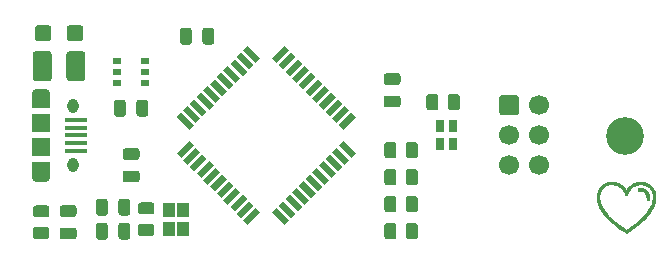
<source format=gts>
%TF.GenerationSoftware,KiCad,Pcbnew,5.1.12-84ad8e8a86~92~ubuntu18.04.1*%
%TF.CreationDate,2023-04-24T19:04:36+02:00*%
%TF.ProjectId,digital-protection-amulet,64696769-7461-46c2-9d70-726f74656374,rev?*%
%TF.SameCoordinates,Original*%
%TF.FileFunction,Soldermask,Top*%
%TF.FilePolarity,Negative*%
%FSLAX46Y46*%
G04 Gerber Fmt 4.6, Leading zero omitted, Abs format (unit mm)*
G04 Created by KiCad (PCBNEW 5.1.12-84ad8e8a86~92~ubuntu18.04.1) date 2023-04-24 19:04:36*
%MOMM*%
%LPD*%
G01*
G04 APERTURE LIST*
%ADD10C,0.010000*%
%ADD11C,1.700000*%
%ADD12R,1.950000X0.400000*%
%ADD13O,0.950000X1.250000*%
%ADD14R,1.550000X1.500000*%
%ADD15R,1.550000X1.200000*%
%ADD16O,1.550000X0.890000*%
%ADD17R,1.000000X1.200000*%
%ADD18C,0.609600*%
%ADD19C,3.200000*%
%ADD20R,0.800000X1.000000*%
%ADD21R,0.700000X0.510000*%
%ADD22C,0.100000*%
G04 APERTURE END LIST*
D10*
%TO.C,G\u002A\u002A\u002A*%
G36*
X49889488Y-13833953D02*
G01*
X49977599Y-13842878D01*
X50065553Y-13858399D01*
X50155328Y-13880892D01*
X50248904Y-13910731D01*
X50281840Y-13922580D01*
X50310784Y-13934105D01*
X50346103Y-13949468D01*
X50385338Y-13967484D01*
X50426031Y-13986969D01*
X50465725Y-14006741D01*
X50501961Y-14025614D01*
X50532282Y-14042405D01*
X50539866Y-14046864D01*
X50615750Y-14094707D01*
X50687739Y-14144861D01*
X50755160Y-14196674D01*
X50817346Y-14249491D01*
X50873625Y-14302661D01*
X50923327Y-14355532D01*
X50965783Y-14407449D01*
X51000323Y-14457761D01*
X51026276Y-14505814D01*
X51036547Y-14530766D01*
X51047376Y-14560673D01*
X51063973Y-14531666D01*
X51093094Y-14484986D01*
X51129064Y-14434283D01*
X51170421Y-14381378D01*
X51215704Y-14328092D01*
X51263449Y-14276246D01*
X51293461Y-14245807D01*
X51383996Y-14163046D01*
X51478198Y-14089729D01*
X51576003Y-14025880D01*
X51677347Y-13971528D01*
X51782167Y-13926699D01*
X51890399Y-13891419D01*
X52001980Y-13865715D01*
X52116846Y-13849613D01*
X52234934Y-13843140D01*
X52255419Y-13843000D01*
X52370890Y-13847655D01*
X52483653Y-13861417D01*
X52593242Y-13883982D01*
X52699195Y-13915045D01*
X52801048Y-13954303D01*
X52898337Y-14001450D01*
X52990598Y-14056182D01*
X53077367Y-14118196D01*
X53158181Y-14187187D01*
X53232574Y-14262849D01*
X53300085Y-14344880D01*
X53360248Y-14432975D01*
X53412601Y-14526828D01*
X53456678Y-14626137D01*
X53459296Y-14632905D01*
X53479844Y-14690323D01*
X53496926Y-14747000D01*
X53511291Y-14805896D01*
X53523690Y-14869974D01*
X53531291Y-14917420D01*
X53535025Y-14950344D01*
X53537800Y-14991222D01*
X53539616Y-15037892D01*
X53540473Y-15088192D01*
X53540370Y-15139962D01*
X53539307Y-15191039D01*
X53537284Y-15239262D01*
X53534301Y-15282470D01*
X53531330Y-15311120D01*
X53509367Y-15450071D01*
X53478544Y-15586483D01*
X53440935Y-15713532D01*
X53389648Y-15852618D01*
X53328299Y-15991689D01*
X53256879Y-16130751D01*
X53175383Y-16269814D01*
X53083804Y-16408884D01*
X52982134Y-16547971D01*
X52870366Y-16687080D01*
X52748494Y-16826222D01*
X52616511Y-16965402D01*
X52474410Y-17104631D01*
X52322184Y-17243914D01*
X52159825Y-17383261D01*
X51987328Y-17522679D01*
X51804684Y-17662176D01*
X51617880Y-17797529D01*
X51581389Y-17823124D01*
X51541336Y-17850870D01*
X51498519Y-17880241D01*
X51453732Y-17910713D01*
X51407773Y-17941758D01*
X51361438Y-17972852D01*
X51315523Y-18003469D01*
X51270825Y-18033083D01*
X51228139Y-18061167D01*
X51188262Y-18087197D01*
X51151991Y-18110646D01*
X51120122Y-18130989D01*
X51093450Y-18147699D01*
X51072773Y-18160252D01*
X51058887Y-18168121D01*
X51052588Y-18170780D01*
X51052582Y-18170780D01*
X51045673Y-18168090D01*
X51032549Y-18161236D01*
X51015582Y-18151484D01*
X51008280Y-18147075D01*
X50852275Y-18048919D01*
X50695929Y-17945378D01*
X50540274Y-17837269D01*
X50386340Y-17725405D01*
X50235159Y-17610602D01*
X50087762Y-17493676D01*
X49945180Y-17375442D01*
X49808445Y-17256716D01*
X49678588Y-17138311D01*
X49556640Y-17021045D01*
X49460645Y-16923574D01*
X49334392Y-16787646D01*
X49218014Y-16653569D01*
X49111426Y-16521202D01*
X49014541Y-16390401D01*
X48927273Y-16261026D01*
X48849534Y-16132934D01*
X48781239Y-16005984D01*
X48722302Y-15880033D01*
X48672634Y-15754941D01*
X48632151Y-15630564D01*
X48603243Y-15517990D01*
X48592184Y-15466000D01*
X48583578Y-15418798D01*
X48577153Y-15373802D01*
X48572642Y-15328430D01*
X48569776Y-15280102D01*
X48568284Y-15226234D01*
X48568028Y-15194513D01*
X48789223Y-15194513D01*
X48789808Y-15239248D01*
X48791494Y-15278208D01*
X48793148Y-15298583D01*
X48807895Y-15405442D01*
X48830360Y-15511565D01*
X48860877Y-15618037D01*
X48899780Y-15725944D01*
X48947402Y-15836372D01*
X48978346Y-15900400D01*
X49001921Y-15946742D01*
X49023833Y-15988122D01*
X49045458Y-16026904D01*
X49068172Y-16065451D01*
X49093354Y-16106129D01*
X49122378Y-16151301D01*
X49141060Y-16179800D01*
X49201714Y-16269021D01*
X49264619Y-16355832D01*
X49330771Y-16441428D01*
X49401166Y-16527005D01*
X49476801Y-16613758D01*
X49558673Y-16702883D01*
X49647778Y-16795575D01*
X49689912Y-16838177D01*
X49802450Y-16948579D01*
X49916115Y-17054991D01*
X50032503Y-17158791D01*
X50153205Y-17261356D01*
X50279818Y-17364063D01*
X50413933Y-17468289D01*
X50457922Y-17501604D01*
X50505379Y-17537038D01*
X50554727Y-17573330D01*
X50605274Y-17610007D01*
X50656325Y-17646599D01*
X50707189Y-17682633D01*
X50757172Y-17717638D01*
X50805582Y-17751143D01*
X50851727Y-17782675D01*
X50894912Y-17811763D01*
X50934446Y-17837937D01*
X50969636Y-17860723D01*
X50999788Y-17879650D01*
X51024211Y-17894247D01*
X51042211Y-17904042D01*
X51053095Y-17908564D01*
X51055815Y-17908622D01*
X51061318Y-17905091D01*
X51074249Y-17896636D01*
X51093565Y-17883943D01*
X51118223Y-17867700D01*
X51147181Y-17848592D01*
X51179396Y-17827306D01*
X51201320Y-17812806D01*
X51364973Y-17702716D01*
X51519596Y-17594920D01*
X51665906Y-17488848D01*
X51804621Y-17383931D01*
X51936459Y-17279597D01*
X52062137Y-17175277D01*
X52182373Y-17070400D01*
X52297885Y-16964396D01*
X52409390Y-16856696D01*
X52428353Y-16837822D01*
X52505348Y-16759666D01*
X52575376Y-16685974D01*
X52639721Y-16615281D01*
X52699670Y-16546123D01*
X52756506Y-16477034D01*
X52811513Y-16406550D01*
X52840638Y-16367760D01*
X52933651Y-16235888D01*
X53016581Y-16104811D01*
X53089465Y-15974440D01*
X53152342Y-15844684D01*
X53205250Y-15715453D01*
X53248225Y-15586656D01*
X53281307Y-15458203D01*
X53304533Y-15330004D01*
X53315098Y-15238676D01*
X53317380Y-15202822D01*
X53318588Y-15161019D01*
X53318782Y-15115611D01*
X53318019Y-15068945D01*
X53316357Y-15023367D01*
X53313856Y-14981221D01*
X53310573Y-14944854D01*
X53307175Y-14920030D01*
X53284901Y-14817606D01*
X53254109Y-14720678D01*
X53214870Y-14629352D01*
X53167254Y-14543730D01*
X53111334Y-14463916D01*
X53047177Y-14390014D01*
X52974857Y-14322127D01*
X52894442Y-14260359D01*
X52829911Y-14218739D01*
X52754045Y-14178231D01*
X52670993Y-14142838D01*
X52582687Y-14113190D01*
X52491060Y-14089918D01*
X52398042Y-14073654D01*
X52378064Y-14071135D01*
X52343748Y-14068388D01*
X52302075Y-14067067D01*
X52255735Y-14067086D01*
X52207418Y-14068359D01*
X52159814Y-14070802D01*
X52115615Y-14074331D01*
X52077509Y-14078858D01*
X52063731Y-14081080D01*
X51958812Y-14104856D01*
X51857733Y-14137981D01*
X51760669Y-14180331D01*
X51667795Y-14231780D01*
X51579285Y-14292201D01*
X51495315Y-14361470D01*
X51416057Y-14439460D01*
X51341689Y-14526047D01*
X51272383Y-14621103D01*
X51237201Y-14675787D01*
X51216456Y-14709750D01*
X51199784Y-14737933D01*
X51185943Y-14762794D01*
X51173692Y-14786788D01*
X51161789Y-14812372D01*
X51148993Y-14842003D01*
X51134061Y-14878137D01*
X51130473Y-14886940D01*
X51095329Y-14973300D01*
X50999603Y-14976190D01*
X50967701Y-14883305D01*
X50951637Y-14837498D01*
X50937205Y-14798971D01*
X50923247Y-14765234D01*
X50908602Y-14733798D01*
X50892111Y-14702174D01*
X50872616Y-14667872D01*
X50849026Y-14628521D01*
X50823905Y-14588032D01*
X50802013Y-14554655D01*
X50781888Y-14526488D01*
X50762066Y-14501631D01*
X50741088Y-14478182D01*
X50717490Y-14454240D01*
X50707797Y-14444870D01*
X50629226Y-14375691D01*
X50543181Y-14310908D01*
X50451356Y-14251478D01*
X50355443Y-14198357D01*
X50257135Y-14152501D01*
X50158126Y-14114866D01*
X50083611Y-14092392D01*
X49984684Y-14070017D01*
X49889516Y-14056768D01*
X49797248Y-14052724D01*
X49707023Y-14057961D01*
X49617980Y-14072557D01*
X49529262Y-14096588D01*
X49440010Y-14130133D01*
X49385220Y-14155161D01*
X49297086Y-14202857D01*
X49215970Y-14257068D01*
X49140245Y-14318970D01*
X49085132Y-14372055D01*
X49020441Y-14445165D01*
X48963962Y-14523058D01*
X48915484Y-14606182D01*
X48874798Y-14694982D01*
X48841694Y-14789904D01*
X48815961Y-14891394D01*
X48800658Y-14976837D01*
X48796662Y-15010750D01*
X48793459Y-15052121D01*
X48791111Y-15098303D01*
X48789678Y-15146649D01*
X48789223Y-15194513D01*
X48568028Y-15194513D01*
X48567902Y-15179040D01*
X48568586Y-15107881D01*
X48571095Y-15044309D01*
X48575700Y-14985870D01*
X48582673Y-14930111D01*
X48592285Y-14874578D01*
X48604807Y-14816817D01*
X48610587Y-14792960D01*
X48643195Y-14682036D01*
X48684495Y-14576206D01*
X48734222Y-14475784D01*
X48792115Y-14381084D01*
X48857907Y-14292420D01*
X48931335Y-14210107D01*
X49012136Y-14134458D01*
X49100045Y-14065787D01*
X49194798Y-14004410D01*
X49296132Y-13950640D01*
X49332004Y-13934162D01*
X49421088Y-13898069D01*
X49507047Y-13870238D01*
X49591964Y-13850212D01*
X49677923Y-13837532D01*
X49767009Y-13831737D01*
X49799240Y-13831251D01*
X49889488Y-13833953D01*
G37*
X49889488Y-13833953D02*
X49977599Y-13842878D01*
X50065553Y-13858399D01*
X50155328Y-13880892D01*
X50248904Y-13910731D01*
X50281840Y-13922580D01*
X50310784Y-13934105D01*
X50346103Y-13949468D01*
X50385338Y-13967484D01*
X50426031Y-13986969D01*
X50465725Y-14006741D01*
X50501961Y-14025614D01*
X50532282Y-14042405D01*
X50539866Y-14046864D01*
X50615750Y-14094707D01*
X50687739Y-14144861D01*
X50755160Y-14196674D01*
X50817346Y-14249491D01*
X50873625Y-14302661D01*
X50923327Y-14355532D01*
X50965783Y-14407449D01*
X51000323Y-14457761D01*
X51026276Y-14505814D01*
X51036547Y-14530766D01*
X51047376Y-14560673D01*
X51063973Y-14531666D01*
X51093094Y-14484986D01*
X51129064Y-14434283D01*
X51170421Y-14381378D01*
X51215704Y-14328092D01*
X51263449Y-14276246D01*
X51293461Y-14245807D01*
X51383996Y-14163046D01*
X51478198Y-14089729D01*
X51576003Y-14025880D01*
X51677347Y-13971528D01*
X51782167Y-13926699D01*
X51890399Y-13891419D01*
X52001980Y-13865715D01*
X52116846Y-13849613D01*
X52234934Y-13843140D01*
X52255419Y-13843000D01*
X52370890Y-13847655D01*
X52483653Y-13861417D01*
X52593242Y-13883982D01*
X52699195Y-13915045D01*
X52801048Y-13954303D01*
X52898337Y-14001450D01*
X52990598Y-14056182D01*
X53077367Y-14118196D01*
X53158181Y-14187187D01*
X53232574Y-14262849D01*
X53300085Y-14344880D01*
X53360248Y-14432975D01*
X53412601Y-14526828D01*
X53456678Y-14626137D01*
X53459296Y-14632905D01*
X53479844Y-14690323D01*
X53496926Y-14747000D01*
X53511291Y-14805896D01*
X53523690Y-14869974D01*
X53531291Y-14917420D01*
X53535025Y-14950344D01*
X53537800Y-14991222D01*
X53539616Y-15037892D01*
X53540473Y-15088192D01*
X53540370Y-15139962D01*
X53539307Y-15191039D01*
X53537284Y-15239262D01*
X53534301Y-15282470D01*
X53531330Y-15311120D01*
X53509367Y-15450071D01*
X53478544Y-15586483D01*
X53440935Y-15713532D01*
X53389648Y-15852618D01*
X53328299Y-15991689D01*
X53256879Y-16130751D01*
X53175383Y-16269814D01*
X53083804Y-16408884D01*
X52982134Y-16547971D01*
X52870366Y-16687080D01*
X52748494Y-16826222D01*
X52616511Y-16965402D01*
X52474410Y-17104631D01*
X52322184Y-17243914D01*
X52159825Y-17383261D01*
X51987328Y-17522679D01*
X51804684Y-17662176D01*
X51617880Y-17797529D01*
X51581389Y-17823124D01*
X51541336Y-17850870D01*
X51498519Y-17880241D01*
X51453732Y-17910713D01*
X51407773Y-17941758D01*
X51361438Y-17972852D01*
X51315523Y-18003469D01*
X51270825Y-18033083D01*
X51228139Y-18061167D01*
X51188262Y-18087197D01*
X51151991Y-18110646D01*
X51120122Y-18130989D01*
X51093450Y-18147699D01*
X51072773Y-18160252D01*
X51058887Y-18168121D01*
X51052588Y-18170780D01*
X51052582Y-18170780D01*
X51045673Y-18168090D01*
X51032549Y-18161236D01*
X51015582Y-18151484D01*
X51008280Y-18147075D01*
X50852275Y-18048919D01*
X50695929Y-17945378D01*
X50540274Y-17837269D01*
X50386340Y-17725405D01*
X50235159Y-17610602D01*
X50087762Y-17493676D01*
X49945180Y-17375442D01*
X49808445Y-17256716D01*
X49678588Y-17138311D01*
X49556640Y-17021045D01*
X49460645Y-16923574D01*
X49334392Y-16787646D01*
X49218014Y-16653569D01*
X49111426Y-16521202D01*
X49014541Y-16390401D01*
X48927273Y-16261026D01*
X48849534Y-16132934D01*
X48781239Y-16005984D01*
X48722302Y-15880033D01*
X48672634Y-15754941D01*
X48632151Y-15630564D01*
X48603243Y-15517990D01*
X48592184Y-15466000D01*
X48583578Y-15418798D01*
X48577153Y-15373802D01*
X48572642Y-15328430D01*
X48569776Y-15280102D01*
X48568284Y-15226234D01*
X48568028Y-15194513D01*
X48789223Y-15194513D01*
X48789808Y-15239248D01*
X48791494Y-15278208D01*
X48793148Y-15298583D01*
X48807895Y-15405442D01*
X48830360Y-15511565D01*
X48860877Y-15618037D01*
X48899780Y-15725944D01*
X48947402Y-15836372D01*
X48978346Y-15900400D01*
X49001921Y-15946742D01*
X49023833Y-15988122D01*
X49045458Y-16026904D01*
X49068172Y-16065451D01*
X49093354Y-16106129D01*
X49122378Y-16151301D01*
X49141060Y-16179800D01*
X49201714Y-16269021D01*
X49264619Y-16355832D01*
X49330771Y-16441428D01*
X49401166Y-16527005D01*
X49476801Y-16613758D01*
X49558673Y-16702883D01*
X49647778Y-16795575D01*
X49689912Y-16838177D01*
X49802450Y-16948579D01*
X49916115Y-17054991D01*
X50032503Y-17158791D01*
X50153205Y-17261356D01*
X50279818Y-17364063D01*
X50413933Y-17468289D01*
X50457922Y-17501604D01*
X50505379Y-17537038D01*
X50554727Y-17573330D01*
X50605274Y-17610007D01*
X50656325Y-17646599D01*
X50707189Y-17682633D01*
X50757172Y-17717638D01*
X50805582Y-17751143D01*
X50851727Y-17782675D01*
X50894912Y-17811763D01*
X50934446Y-17837937D01*
X50969636Y-17860723D01*
X50999788Y-17879650D01*
X51024211Y-17894247D01*
X51042211Y-17904042D01*
X51053095Y-17908564D01*
X51055815Y-17908622D01*
X51061318Y-17905091D01*
X51074249Y-17896636D01*
X51093565Y-17883943D01*
X51118223Y-17867700D01*
X51147181Y-17848592D01*
X51179396Y-17827306D01*
X51201320Y-17812806D01*
X51364973Y-17702716D01*
X51519596Y-17594920D01*
X51665906Y-17488848D01*
X51804621Y-17383931D01*
X51936459Y-17279597D01*
X52062137Y-17175277D01*
X52182373Y-17070400D01*
X52297885Y-16964396D01*
X52409390Y-16856696D01*
X52428353Y-16837822D01*
X52505348Y-16759666D01*
X52575376Y-16685974D01*
X52639721Y-16615281D01*
X52699670Y-16546123D01*
X52756506Y-16477034D01*
X52811513Y-16406550D01*
X52840638Y-16367760D01*
X52933651Y-16235888D01*
X53016581Y-16104811D01*
X53089465Y-15974440D01*
X53152342Y-15844684D01*
X53205250Y-15715453D01*
X53248225Y-15586656D01*
X53281307Y-15458203D01*
X53304533Y-15330004D01*
X53315098Y-15238676D01*
X53317380Y-15202822D01*
X53318588Y-15161019D01*
X53318782Y-15115611D01*
X53318019Y-15068945D01*
X53316357Y-15023367D01*
X53313856Y-14981221D01*
X53310573Y-14944854D01*
X53307175Y-14920030D01*
X53284901Y-14817606D01*
X53254109Y-14720678D01*
X53214870Y-14629352D01*
X53167254Y-14543730D01*
X53111334Y-14463916D01*
X53047177Y-14390014D01*
X52974857Y-14322127D01*
X52894442Y-14260359D01*
X52829911Y-14218739D01*
X52754045Y-14178231D01*
X52670993Y-14142838D01*
X52582687Y-14113190D01*
X52491060Y-14089918D01*
X52398042Y-14073654D01*
X52378064Y-14071135D01*
X52343748Y-14068388D01*
X52302075Y-14067067D01*
X52255735Y-14067086D01*
X52207418Y-14068359D01*
X52159814Y-14070802D01*
X52115615Y-14074331D01*
X52077509Y-14078858D01*
X52063731Y-14081080D01*
X51958812Y-14104856D01*
X51857733Y-14137981D01*
X51760669Y-14180331D01*
X51667795Y-14231780D01*
X51579285Y-14292201D01*
X51495315Y-14361470D01*
X51416057Y-14439460D01*
X51341689Y-14526047D01*
X51272383Y-14621103D01*
X51237201Y-14675787D01*
X51216456Y-14709750D01*
X51199784Y-14737933D01*
X51185943Y-14762794D01*
X51173692Y-14786788D01*
X51161789Y-14812372D01*
X51148993Y-14842003D01*
X51134061Y-14878137D01*
X51130473Y-14886940D01*
X51095329Y-14973300D01*
X50999603Y-14976190D01*
X50967701Y-14883305D01*
X50951637Y-14837498D01*
X50937205Y-14798971D01*
X50923247Y-14765234D01*
X50908602Y-14733798D01*
X50892111Y-14702174D01*
X50872616Y-14667872D01*
X50849026Y-14628521D01*
X50823905Y-14588032D01*
X50802013Y-14554655D01*
X50781888Y-14526488D01*
X50762066Y-14501631D01*
X50741088Y-14478182D01*
X50717490Y-14454240D01*
X50707797Y-14444870D01*
X50629226Y-14375691D01*
X50543181Y-14310908D01*
X50451356Y-14251478D01*
X50355443Y-14198357D01*
X50257135Y-14152501D01*
X50158126Y-14114866D01*
X50083611Y-14092392D01*
X49984684Y-14070017D01*
X49889516Y-14056768D01*
X49797248Y-14052724D01*
X49707023Y-14057961D01*
X49617980Y-14072557D01*
X49529262Y-14096588D01*
X49440010Y-14130133D01*
X49385220Y-14155161D01*
X49297086Y-14202857D01*
X49215970Y-14257068D01*
X49140245Y-14318970D01*
X49085132Y-14372055D01*
X49020441Y-14445165D01*
X48963962Y-14523058D01*
X48915484Y-14606182D01*
X48874798Y-14694982D01*
X48841694Y-14789904D01*
X48815961Y-14891394D01*
X48800658Y-14976837D01*
X48796662Y-15010750D01*
X48793459Y-15052121D01*
X48791111Y-15098303D01*
X48789678Y-15146649D01*
X48789223Y-15194513D01*
X48568028Y-15194513D01*
X48567902Y-15179040D01*
X48568586Y-15107881D01*
X48571095Y-15044309D01*
X48575700Y-14985870D01*
X48582673Y-14930111D01*
X48592285Y-14874578D01*
X48604807Y-14816817D01*
X48610587Y-14792960D01*
X48643195Y-14682036D01*
X48684495Y-14576206D01*
X48734222Y-14475784D01*
X48792115Y-14381084D01*
X48857907Y-14292420D01*
X48931335Y-14210107D01*
X49012136Y-14134458D01*
X49100045Y-14065787D01*
X49194798Y-14004410D01*
X49296132Y-13950640D01*
X49332004Y-13934162D01*
X49421088Y-13898069D01*
X49507047Y-13870238D01*
X49591964Y-13850212D01*
X49677923Y-13837532D01*
X49767009Y-13831737D01*
X49799240Y-13831251D01*
X49889488Y-13833953D01*
G36*
X52384220Y-14378665D02*
G01*
X52459636Y-14397084D01*
X52533737Y-14425313D01*
X52606093Y-14463234D01*
X52636420Y-14482395D01*
X52706985Y-14535353D01*
X52771240Y-14595803D01*
X52828809Y-14662991D01*
X52879316Y-14736163D01*
X52922386Y-14814565D01*
X52957643Y-14897444D01*
X52984712Y-14984044D01*
X53003217Y-15073613D01*
X53012782Y-15165395D01*
X53013743Y-15240000D01*
X53012319Y-15277533D01*
X53010130Y-15306637D01*
X53006763Y-15329036D01*
X53001802Y-15346457D01*
X52994832Y-15360623D01*
X52985438Y-15373259D01*
X52980320Y-15378895D01*
X52955084Y-15398473D01*
X52925538Y-15409891D01*
X52893983Y-15412700D01*
X52862721Y-15406456D01*
X52854816Y-15403245D01*
X52833261Y-15389480D01*
X52814110Y-15370182D01*
X52800487Y-15348749D01*
X52797413Y-15340765D01*
X52795456Y-15329985D01*
X52793414Y-15311204D01*
X52791468Y-15286577D01*
X52789796Y-15258260D01*
X52788985Y-15240000D01*
X52785612Y-15175730D01*
X52780602Y-15119833D01*
X52773596Y-15070603D01*
X52764239Y-15026335D01*
X52752174Y-14985323D01*
X52737046Y-14945861D01*
X52719769Y-14908769D01*
X52683135Y-14844395D01*
X52641205Y-14786135D01*
X52594708Y-14734486D01*
X52544373Y-14689944D01*
X52490930Y-14653007D01*
X52435108Y-14624170D01*
X52377635Y-14603931D01*
X52319240Y-14592787D01*
X52260653Y-14591235D01*
X52254427Y-14591656D01*
X52229470Y-14594667D01*
X52203659Y-14599525D01*
X52182312Y-14605219D01*
X52181108Y-14605627D01*
X52146684Y-14613110D01*
X52114913Y-14611576D01*
X52086909Y-14601783D01*
X52063785Y-14584486D01*
X52046654Y-14560443D01*
X52036631Y-14530411D01*
X52034440Y-14505945D01*
X52037803Y-14473650D01*
X52048179Y-14446265D01*
X52066000Y-14423498D01*
X52091696Y-14405053D01*
X52125696Y-14390639D01*
X52168433Y-14379960D01*
X52220335Y-14372724D01*
X52231147Y-14371724D01*
X52307914Y-14370173D01*
X52384220Y-14378665D01*
G37*
X52384220Y-14378665D02*
X52459636Y-14397084D01*
X52533737Y-14425313D01*
X52606093Y-14463234D01*
X52636420Y-14482395D01*
X52706985Y-14535353D01*
X52771240Y-14595803D01*
X52828809Y-14662991D01*
X52879316Y-14736163D01*
X52922386Y-14814565D01*
X52957643Y-14897444D01*
X52984712Y-14984044D01*
X53003217Y-15073613D01*
X53012782Y-15165395D01*
X53013743Y-15240000D01*
X53012319Y-15277533D01*
X53010130Y-15306637D01*
X53006763Y-15329036D01*
X53001802Y-15346457D01*
X52994832Y-15360623D01*
X52985438Y-15373259D01*
X52980320Y-15378895D01*
X52955084Y-15398473D01*
X52925538Y-15409891D01*
X52893983Y-15412700D01*
X52862721Y-15406456D01*
X52854816Y-15403245D01*
X52833261Y-15389480D01*
X52814110Y-15370182D01*
X52800487Y-15348749D01*
X52797413Y-15340765D01*
X52795456Y-15329985D01*
X52793414Y-15311204D01*
X52791468Y-15286577D01*
X52789796Y-15258260D01*
X52788985Y-15240000D01*
X52785612Y-15175730D01*
X52780602Y-15119833D01*
X52773596Y-15070603D01*
X52764239Y-15026335D01*
X52752174Y-14985323D01*
X52737046Y-14945861D01*
X52719769Y-14908769D01*
X52683135Y-14844395D01*
X52641205Y-14786135D01*
X52594708Y-14734486D01*
X52544373Y-14689944D01*
X52490930Y-14653007D01*
X52435108Y-14624170D01*
X52377635Y-14603931D01*
X52319240Y-14592787D01*
X52260653Y-14591235D01*
X52254427Y-14591656D01*
X52229470Y-14594667D01*
X52203659Y-14599525D01*
X52182312Y-14605219D01*
X52181108Y-14605627D01*
X52146684Y-14613110D01*
X52114913Y-14611576D01*
X52086909Y-14601783D01*
X52063785Y-14584486D01*
X52046654Y-14560443D01*
X52036631Y-14530411D01*
X52034440Y-14505945D01*
X52037803Y-14473650D01*
X52048179Y-14446265D01*
X52066000Y-14423498D01*
X52091696Y-14405053D01*
X52125696Y-14390639D01*
X52168433Y-14379960D01*
X52220335Y-14372724D01*
X52231147Y-14371724D01*
X52307914Y-14370173D01*
X52384220Y-14378665D01*
%TD*%
%TO.C,J1*%
G36*
G01*
X40298000Y-7966000D02*
X40298000Y-6766000D01*
G75*
G02*
X40548000Y-6516000I250000J0D01*
G01*
X41748000Y-6516000D01*
G75*
G02*
X41998000Y-6766000I0J-250000D01*
G01*
X41998000Y-7966000D01*
G75*
G02*
X41748000Y-8216000I-250000J0D01*
G01*
X40548000Y-8216000D01*
G75*
G02*
X40298000Y-7966000I0J250000D01*
G01*
G37*
D11*
X41148000Y-9906000D03*
X41148000Y-12446000D03*
X43688000Y-7366000D03*
X43688000Y-9906000D03*
X43688000Y-12446000D03*
%TD*%
D12*
%TO.C,J2*%
X4494000Y-8606000D03*
X4494000Y-9256000D03*
X4494000Y-9906000D03*
X4494000Y-10556000D03*
X4494000Y-11206000D03*
D13*
X4194000Y-7406000D03*
X4194000Y-12406000D03*
D14*
X1494000Y-8906000D03*
X1494000Y-10906000D03*
D15*
X1494000Y-7006000D03*
X1494000Y-12806000D03*
D16*
X1494000Y-6406000D03*
X1494000Y-13406000D03*
%TD*%
D17*
%TO.C,Y1*%
X13554000Y-17818000D03*
X13554000Y-16218000D03*
X12354000Y-16218000D03*
X12354000Y-17818000D03*
D18*
X13554000Y-16218000D03*
X12354000Y-17818000D03*
%TD*%
D19*
%TO.C,REF\u002A\u002A*%
X51000000Y-10000000D03*
%TD*%
%TO.C,C1*%
G36*
G01*
X14282000Y-1049000D02*
X14282000Y-1999000D01*
G75*
G02*
X14032000Y-2249000I-250000J0D01*
G01*
X13532000Y-2249000D01*
G75*
G02*
X13282000Y-1999000I0J250000D01*
G01*
X13282000Y-1049000D01*
G75*
G02*
X13532000Y-799000I250000J0D01*
G01*
X14032000Y-799000D01*
G75*
G02*
X14282000Y-1049000I0J-250000D01*
G01*
G37*
G36*
G01*
X16182000Y-1049000D02*
X16182000Y-1999000D01*
G75*
G02*
X15932000Y-2249000I-250000J0D01*
G01*
X15432000Y-2249000D01*
G75*
G02*
X15182000Y-1999000I0J250000D01*
G01*
X15182000Y-1049000D01*
G75*
G02*
X15432000Y-799000I250000J0D01*
G01*
X15932000Y-799000D01*
G75*
G02*
X16182000Y-1049000I0J-250000D01*
G01*
G37*
%TD*%
%TO.C,C2*%
G36*
G01*
X9619000Y-13896000D02*
X8669000Y-13896000D01*
G75*
G02*
X8419000Y-13646000I0J250000D01*
G01*
X8419000Y-13146000D01*
G75*
G02*
X8669000Y-12896000I250000J0D01*
G01*
X9619000Y-12896000D01*
G75*
G02*
X9869000Y-13146000I0J-250000D01*
G01*
X9869000Y-13646000D01*
G75*
G02*
X9619000Y-13896000I-250000J0D01*
G01*
G37*
G36*
G01*
X9619000Y-11996000D02*
X8669000Y-11996000D01*
G75*
G02*
X8419000Y-11746000I0J250000D01*
G01*
X8419000Y-11246000D01*
G75*
G02*
X8669000Y-10996000I250000J0D01*
G01*
X9619000Y-10996000D01*
G75*
G02*
X9869000Y-11246000I0J-250000D01*
G01*
X9869000Y-11746000D01*
G75*
G02*
X9619000Y-11996000I-250000J0D01*
G01*
G37*
%TD*%
%TO.C,C3*%
G36*
G01*
X31717000Y-5646000D02*
X30767000Y-5646000D01*
G75*
G02*
X30517000Y-5396000I0J250000D01*
G01*
X30517000Y-4896000D01*
G75*
G02*
X30767000Y-4646000I250000J0D01*
G01*
X31717000Y-4646000D01*
G75*
G02*
X31967000Y-4896000I0J-250000D01*
G01*
X31967000Y-5396000D01*
G75*
G02*
X31717000Y-5646000I-250000J0D01*
G01*
G37*
G36*
G01*
X31717000Y-7546000D02*
X30767000Y-7546000D01*
G75*
G02*
X30517000Y-7296000I0J250000D01*
G01*
X30517000Y-6796000D01*
G75*
G02*
X30767000Y-6546000I250000J0D01*
G01*
X31717000Y-6546000D01*
G75*
G02*
X31967000Y-6796000I0J-250000D01*
G01*
X31967000Y-7296000D01*
G75*
G02*
X31717000Y-7546000I-250000J0D01*
G01*
G37*
%TD*%
%TO.C,C4*%
G36*
G01*
X9070000Y-17559000D02*
X9070000Y-18509000D01*
G75*
G02*
X8820000Y-18759000I-250000J0D01*
G01*
X8320000Y-18759000D01*
G75*
G02*
X8070000Y-18509000I0J250000D01*
G01*
X8070000Y-17559000D01*
G75*
G02*
X8320000Y-17309000I250000J0D01*
G01*
X8820000Y-17309000D01*
G75*
G02*
X9070000Y-17559000I0J-250000D01*
G01*
G37*
G36*
G01*
X7170000Y-17559000D02*
X7170000Y-18509000D01*
G75*
G02*
X6920000Y-18759000I-250000J0D01*
G01*
X6420000Y-18759000D01*
G75*
G02*
X6170000Y-18509000I0J250000D01*
G01*
X6170000Y-17559000D01*
G75*
G02*
X6420000Y-17309000I250000J0D01*
G01*
X6920000Y-17309000D01*
G75*
G02*
X7170000Y-17559000I0J-250000D01*
G01*
G37*
%TD*%
%TO.C,C5*%
G36*
G01*
X9070000Y-15527000D02*
X9070000Y-16477000D01*
G75*
G02*
X8820000Y-16727000I-250000J0D01*
G01*
X8320000Y-16727000D01*
G75*
G02*
X8070000Y-16477000I0J250000D01*
G01*
X8070000Y-15527000D01*
G75*
G02*
X8320000Y-15277000I250000J0D01*
G01*
X8820000Y-15277000D01*
G75*
G02*
X9070000Y-15527000I0J-250000D01*
G01*
G37*
G36*
G01*
X7170000Y-15527000D02*
X7170000Y-16477000D01*
G75*
G02*
X6920000Y-16727000I-250000J0D01*
G01*
X6420000Y-16727000D01*
G75*
G02*
X6170000Y-16477000I0J250000D01*
G01*
X6170000Y-15527000D01*
G75*
G02*
X6420000Y-15277000I250000J0D01*
G01*
X6920000Y-15277000D01*
G75*
G02*
X7170000Y-15527000I0J-250000D01*
G01*
G37*
%TD*%
%TO.C,C6*%
G36*
G01*
X3335000Y-17722000D02*
X4285000Y-17722000D01*
G75*
G02*
X4535000Y-17972000I0J-250000D01*
G01*
X4535000Y-18472000D01*
G75*
G02*
X4285000Y-18722000I-250000J0D01*
G01*
X3335000Y-18722000D01*
G75*
G02*
X3085000Y-18472000I0J250000D01*
G01*
X3085000Y-17972000D01*
G75*
G02*
X3335000Y-17722000I250000J0D01*
G01*
G37*
G36*
G01*
X3335000Y-15822000D02*
X4285000Y-15822000D01*
G75*
G02*
X4535000Y-16072000I0J-250000D01*
G01*
X4535000Y-16572000D01*
G75*
G02*
X4285000Y-16822000I-250000J0D01*
G01*
X3335000Y-16822000D01*
G75*
G02*
X3085000Y-16572000I0J250000D01*
G01*
X3085000Y-16072000D01*
G75*
G02*
X3335000Y-15822000I250000J0D01*
G01*
G37*
%TD*%
%TO.C,C7*%
G36*
G01*
X5098000Y-844999D02*
X5098000Y-1695001D01*
G75*
G02*
X4848001Y-1945000I-249999J0D01*
G01*
X3947999Y-1945000D01*
G75*
G02*
X3698000Y-1695001I0J249999D01*
G01*
X3698000Y-844999D01*
G75*
G02*
X3947999Y-595000I249999J0D01*
G01*
X4848001Y-595000D01*
G75*
G02*
X5098000Y-844999I0J-249999D01*
G01*
G37*
G36*
G01*
X2398000Y-844999D02*
X2398000Y-1695001D01*
G75*
G02*
X2148001Y-1945000I-249999J0D01*
G01*
X1247999Y-1945000D01*
G75*
G02*
X998000Y-1695001I0J249999D01*
G01*
X998000Y-844999D01*
G75*
G02*
X1247999Y-595000I249999J0D01*
G01*
X2148001Y-595000D01*
G75*
G02*
X2398000Y-844999I0J-249999D01*
G01*
G37*
%TD*%
%TO.C,C8*%
G36*
G01*
X10594000Y-7145000D02*
X10594000Y-8095000D01*
G75*
G02*
X10344000Y-8345000I-250000J0D01*
G01*
X9844000Y-8345000D01*
G75*
G02*
X9594000Y-8095000I0J250000D01*
G01*
X9594000Y-7145000D01*
G75*
G02*
X9844000Y-6895000I250000J0D01*
G01*
X10344000Y-6895000D01*
G75*
G02*
X10594000Y-7145000I0J-250000D01*
G01*
G37*
G36*
G01*
X8694000Y-7145000D02*
X8694000Y-8095000D01*
G75*
G02*
X8444000Y-8345000I-250000J0D01*
G01*
X7944000Y-8345000D01*
G75*
G02*
X7694000Y-8095000I0J250000D01*
G01*
X7694000Y-7145000D01*
G75*
G02*
X7944000Y-6895000I250000J0D01*
G01*
X8444000Y-6895000D01*
G75*
G02*
X8694000Y-7145000I0J-250000D01*
G01*
G37*
%TD*%
D20*
%TO.C,D1*%
X36364000Y-9156000D03*
X36364000Y-10656000D03*
X35264000Y-10656000D03*
X35264000Y-9156000D03*
%TD*%
D21*
%TO.C,D2*%
X10304000Y-5522000D03*
X10304000Y-4572000D03*
X10304000Y-3622000D03*
X7984000Y-3622000D03*
X7984000Y-4572000D03*
X7984000Y-5522000D03*
%TD*%
%TO.C,F1*%
G36*
G01*
X823000Y-5089000D02*
X823000Y-3039000D01*
G75*
G02*
X1073000Y-2789000I250000J0D01*
G01*
X2173000Y-2789000D01*
G75*
G02*
X2423000Y-3039000I0J-250000D01*
G01*
X2423000Y-5089000D01*
G75*
G02*
X2173000Y-5339000I-250000J0D01*
G01*
X1073000Y-5339000D01*
G75*
G02*
X823000Y-5089000I0J250000D01*
G01*
G37*
G36*
G01*
X3673000Y-5089000D02*
X3673000Y-3039000D01*
G75*
G02*
X3923000Y-2789000I250000J0D01*
G01*
X5023000Y-2789000D01*
G75*
G02*
X5273000Y-3039000I0J-250000D01*
G01*
X5273000Y-5089000D01*
G75*
G02*
X5023000Y-5339000I-250000J0D01*
G01*
X3923000Y-5339000D01*
G75*
G02*
X3673000Y-5089000I0J250000D01*
G01*
G37*
%TD*%
%TO.C,R1*%
G36*
G01*
X34135000Y-7562001D02*
X34135000Y-6661999D01*
G75*
G02*
X34384999Y-6412000I249999J0D01*
G01*
X34910001Y-6412000D01*
G75*
G02*
X35160000Y-6661999I0J-249999D01*
G01*
X35160000Y-7562001D01*
G75*
G02*
X34910001Y-7812000I-249999J0D01*
G01*
X34384999Y-7812000D01*
G75*
G02*
X34135000Y-7562001I0J249999D01*
G01*
G37*
G36*
G01*
X35960000Y-7562001D02*
X35960000Y-6661999D01*
G75*
G02*
X36209999Y-6412000I249999J0D01*
G01*
X36735001Y-6412000D01*
G75*
G02*
X36985000Y-6661999I0J-249999D01*
G01*
X36985000Y-7562001D01*
G75*
G02*
X36735001Y-7812000I-249999J0D01*
G01*
X36209999Y-7812000D01*
G75*
G02*
X35960000Y-7562001I0J249999D01*
G01*
G37*
%TD*%
%TO.C,R2*%
G36*
G01*
X10864001Y-16618000D02*
X9963999Y-16618000D01*
G75*
G02*
X9714000Y-16368001I0J249999D01*
G01*
X9714000Y-15842999D01*
G75*
G02*
X9963999Y-15593000I249999J0D01*
G01*
X10864001Y-15593000D01*
G75*
G02*
X11114000Y-15842999I0J-249999D01*
G01*
X11114000Y-16368001D01*
G75*
G02*
X10864001Y-16618000I-249999J0D01*
G01*
G37*
G36*
G01*
X10864001Y-18443000D02*
X9963999Y-18443000D01*
G75*
G02*
X9714000Y-18193001I0J249999D01*
G01*
X9714000Y-17667999D01*
G75*
G02*
X9963999Y-17418000I249999J0D01*
G01*
X10864001Y-17418000D01*
G75*
G02*
X11114000Y-17667999I0J-249999D01*
G01*
X11114000Y-18193001D01*
G75*
G02*
X10864001Y-18443000I-249999J0D01*
G01*
G37*
%TD*%
%TO.C,R3*%
G36*
G01*
X30579000Y-18484001D02*
X30579000Y-17583999D01*
G75*
G02*
X30828999Y-17334000I249999J0D01*
G01*
X31354001Y-17334000D01*
G75*
G02*
X31604000Y-17583999I0J-249999D01*
G01*
X31604000Y-18484001D01*
G75*
G02*
X31354001Y-18734000I-249999J0D01*
G01*
X30828999Y-18734000D01*
G75*
G02*
X30579000Y-18484001I0J249999D01*
G01*
G37*
G36*
G01*
X32404000Y-18484001D02*
X32404000Y-17583999D01*
G75*
G02*
X32653999Y-17334000I249999J0D01*
G01*
X33179001Y-17334000D01*
G75*
G02*
X33429000Y-17583999I0J-249999D01*
G01*
X33429000Y-18484001D01*
G75*
G02*
X33179001Y-18734000I-249999J0D01*
G01*
X32653999Y-18734000D01*
G75*
G02*
X32404000Y-18484001I0J249999D01*
G01*
G37*
%TD*%
%TO.C,R4*%
G36*
G01*
X32404000Y-16198001D02*
X32404000Y-15297999D01*
G75*
G02*
X32653999Y-15048000I249999J0D01*
G01*
X33179001Y-15048000D01*
G75*
G02*
X33429000Y-15297999I0J-249999D01*
G01*
X33429000Y-16198001D01*
G75*
G02*
X33179001Y-16448000I-249999J0D01*
G01*
X32653999Y-16448000D01*
G75*
G02*
X32404000Y-16198001I0J249999D01*
G01*
G37*
G36*
G01*
X30579000Y-16198001D02*
X30579000Y-15297999D01*
G75*
G02*
X30828999Y-15048000I249999J0D01*
G01*
X31354001Y-15048000D01*
G75*
G02*
X31604000Y-15297999I0J-249999D01*
G01*
X31604000Y-16198001D01*
G75*
G02*
X31354001Y-16448000I-249999J0D01*
G01*
X30828999Y-16448000D01*
G75*
G02*
X30579000Y-16198001I0J249999D01*
G01*
G37*
%TD*%
%TO.C,R5*%
G36*
G01*
X30579000Y-13912001D02*
X30579000Y-13011999D01*
G75*
G02*
X30828999Y-12762000I249999J0D01*
G01*
X31354001Y-12762000D01*
G75*
G02*
X31604000Y-13011999I0J-249999D01*
G01*
X31604000Y-13912001D01*
G75*
G02*
X31354001Y-14162000I-249999J0D01*
G01*
X30828999Y-14162000D01*
G75*
G02*
X30579000Y-13912001I0J249999D01*
G01*
G37*
G36*
G01*
X32404000Y-13912001D02*
X32404000Y-13011999D01*
G75*
G02*
X32653999Y-12762000I249999J0D01*
G01*
X33179001Y-12762000D01*
G75*
G02*
X33429000Y-13011999I0J-249999D01*
G01*
X33429000Y-13912001D01*
G75*
G02*
X33179001Y-14162000I-249999J0D01*
G01*
X32653999Y-14162000D01*
G75*
G02*
X32404000Y-13912001I0J249999D01*
G01*
G37*
%TD*%
%TO.C,R6*%
G36*
G01*
X1073999Y-17672000D02*
X1974001Y-17672000D01*
G75*
G02*
X2224000Y-17921999I0J-249999D01*
G01*
X2224000Y-18447001D01*
G75*
G02*
X1974001Y-18697000I-249999J0D01*
G01*
X1073999Y-18697000D01*
G75*
G02*
X824000Y-18447001I0J249999D01*
G01*
X824000Y-17921999D01*
G75*
G02*
X1073999Y-17672000I249999J0D01*
G01*
G37*
G36*
G01*
X1073999Y-15847000D02*
X1974001Y-15847000D01*
G75*
G02*
X2224000Y-16096999I0J-249999D01*
G01*
X2224000Y-16622001D01*
G75*
G02*
X1974001Y-16872000I-249999J0D01*
G01*
X1073999Y-16872000D01*
G75*
G02*
X824000Y-16622001I0J249999D01*
G01*
X824000Y-16096999D01*
G75*
G02*
X1073999Y-15847000I249999J0D01*
G01*
G37*
%TD*%
%TO.C,R7*%
G36*
G01*
X30579000Y-11626001D02*
X30579000Y-10725999D01*
G75*
G02*
X30828999Y-10476000I249999J0D01*
G01*
X31354001Y-10476000D01*
G75*
G02*
X31604000Y-10725999I0J-249999D01*
G01*
X31604000Y-11626001D01*
G75*
G02*
X31354001Y-11876000I-249999J0D01*
G01*
X30828999Y-11876000D01*
G75*
G02*
X30579000Y-11626001I0J249999D01*
G01*
G37*
G36*
G01*
X32404000Y-11626001D02*
X32404000Y-10725999D01*
G75*
G02*
X32653999Y-10476000I249999J0D01*
G01*
X33179001Y-10476000D01*
G75*
G02*
X33429000Y-10725999I0J-249999D01*
G01*
X33429000Y-11626001D01*
G75*
G02*
X33179001Y-11876000I-249999J0D01*
G01*
X32653999Y-11876000D01*
G75*
G02*
X32404000Y-11626001I0J249999D01*
G01*
G37*
%TD*%
D22*
%TO.C,U1*%
G36*
X18647134Y-2711188D02*
G01*
X19036042Y-2322280D01*
X20096702Y-3382940D01*
X19707794Y-3771848D01*
X18647134Y-2711188D01*
G37*
G36*
X18081449Y-3276874D02*
G01*
X18470357Y-2887966D01*
X19531017Y-3948626D01*
X19142109Y-4337534D01*
X18081449Y-3276874D01*
G37*
G36*
X17515764Y-3842559D02*
G01*
X17904672Y-3453651D01*
X18965332Y-4514311D01*
X18576424Y-4903219D01*
X17515764Y-3842559D01*
G37*
G36*
X16950078Y-4408244D02*
G01*
X17338986Y-4019336D01*
X18399646Y-5079996D01*
X18010738Y-5468904D01*
X16950078Y-4408244D01*
G37*
G36*
X16384393Y-4973930D02*
G01*
X16773301Y-4585022D01*
X17833961Y-5645682D01*
X17445053Y-6034590D01*
X16384393Y-4973930D01*
G37*
G36*
X15818707Y-5539615D02*
G01*
X16207615Y-5150707D01*
X17268275Y-6211367D01*
X16879367Y-6600275D01*
X15818707Y-5539615D01*
G37*
G36*
X15253022Y-6105301D02*
G01*
X15641930Y-5716393D01*
X16702590Y-6777053D01*
X16313682Y-7165961D01*
X15253022Y-6105301D01*
G37*
G36*
X14687336Y-6670986D02*
G01*
X15076244Y-6282078D01*
X16136904Y-7342738D01*
X15747996Y-7731646D01*
X14687336Y-6670986D01*
G37*
G36*
X14121651Y-7236672D02*
G01*
X14510559Y-6847764D01*
X15571219Y-7908424D01*
X15182311Y-8297332D01*
X14121651Y-7236672D01*
G37*
G36*
X13555966Y-7802357D02*
G01*
X13944874Y-7413449D01*
X15005534Y-8474109D01*
X14616626Y-8863017D01*
X13555966Y-7802357D01*
G37*
G36*
X12990280Y-8368042D02*
G01*
X13379188Y-7979134D01*
X14439848Y-9039794D01*
X14050940Y-9428702D01*
X12990280Y-8368042D01*
G37*
G36*
X13379188Y-11832866D02*
G01*
X12990280Y-11443958D01*
X14050940Y-10383298D01*
X14439848Y-10772206D01*
X13379188Y-11832866D01*
G37*
G36*
X13944874Y-12398551D02*
G01*
X13555966Y-12009643D01*
X14616626Y-10948983D01*
X15005534Y-11337891D01*
X13944874Y-12398551D01*
G37*
G36*
X14510559Y-12964236D02*
G01*
X14121651Y-12575328D01*
X15182311Y-11514668D01*
X15571219Y-11903576D01*
X14510559Y-12964236D01*
G37*
G36*
X15076244Y-13529922D02*
G01*
X14687336Y-13141014D01*
X15747996Y-12080354D01*
X16136904Y-12469262D01*
X15076244Y-13529922D01*
G37*
G36*
X15641930Y-14095607D02*
G01*
X15253022Y-13706699D01*
X16313682Y-12646039D01*
X16702590Y-13034947D01*
X15641930Y-14095607D01*
G37*
G36*
X16207615Y-14661293D02*
G01*
X15818707Y-14272385D01*
X16879367Y-13211725D01*
X17268275Y-13600633D01*
X16207615Y-14661293D01*
G37*
G36*
X16773301Y-15226978D02*
G01*
X16384393Y-14838070D01*
X17445053Y-13777410D01*
X17833961Y-14166318D01*
X16773301Y-15226978D01*
G37*
G36*
X17338986Y-15792664D02*
G01*
X16950078Y-15403756D01*
X18010738Y-14343096D01*
X18399646Y-14732004D01*
X17338986Y-15792664D01*
G37*
G36*
X17904672Y-16358349D02*
G01*
X17515764Y-15969441D01*
X18576424Y-14908781D01*
X18965332Y-15297689D01*
X17904672Y-16358349D01*
G37*
G36*
X18470357Y-16924034D02*
G01*
X18081449Y-16535126D01*
X19142109Y-15474466D01*
X19531017Y-15863374D01*
X18470357Y-16924034D01*
G37*
G36*
X19036042Y-17489720D02*
G01*
X18647134Y-17100812D01*
X19707794Y-16040152D01*
X20096702Y-16429060D01*
X19036042Y-17489720D01*
G37*
G36*
X21051298Y-16429060D02*
G01*
X21440206Y-16040152D01*
X22500866Y-17100812D01*
X22111958Y-17489720D01*
X21051298Y-16429060D01*
G37*
G36*
X21616983Y-15863374D02*
G01*
X22005891Y-15474466D01*
X23066551Y-16535126D01*
X22677643Y-16924034D01*
X21616983Y-15863374D01*
G37*
G36*
X22182668Y-15297689D02*
G01*
X22571576Y-14908781D01*
X23632236Y-15969441D01*
X23243328Y-16358349D01*
X22182668Y-15297689D01*
G37*
G36*
X22748354Y-14732004D02*
G01*
X23137262Y-14343096D01*
X24197922Y-15403756D01*
X23809014Y-15792664D01*
X22748354Y-14732004D01*
G37*
G36*
X23314039Y-14166318D02*
G01*
X23702947Y-13777410D01*
X24763607Y-14838070D01*
X24374699Y-15226978D01*
X23314039Y-14166318D01*
G37*
G36*
X23879725Y-13600633D02*
G01*
X24268633Y-13211725D01*
X25329293Y-14272385D01*
X24940385Y-14661293D01*
X23879725Y-13600633D01*
G37*
G36*
X24445410Y-13034947D02*
G01*
X24834318Y-12646039D01*
X25894978Y-13706699D01*
X25506070Y-14095607D01*
X24445410Y-13034947D01*
G37*
G36*
X25011096Y-12469262D02*
G01*
X25400004Y-12080354D01*
X26460664Y-13141014D01*
X26071756Y-13529922D01*
X25011096Y-12469262D01*
G37*
G36*
X25576781Y-11903576D02*
G01*
X25965689Y-11514668D01*
X27026349Y-12575328D01*
X26637441Y-12964236D01*
X25576781Y-11903576D01*
G37*
G36*
X26142466Y-11337891D02*
G01*
X26531374Y-10948983D01*
X27592034Y-12009643D01*
X27203126Y-12398551D01*
X26142466Y-11337891D01*
G37*
G36*
X26708152Y-10772206D02*
G01*
X27097060Y-10383298D01*
X28157720Y-11443958D01*
X27768812Y-11832866D01*
X26708152Y-10772206D01*
G37*
G36*
X27097060Y-9428702D02*
G01*
X26708152Y-9039794D01*
X27768812Y-7979134D01*
X28157720Y-8368042D01*
X27097060Y-9428702D01*
G37*
G36*
X26531374Y-8863017D02*
G01*
X26142466Y-8474109D01*
X27203126Y-7413449D01*
X27592034Y-7802357D01*
X26531374Y-8863017D01*
G37*
G36*
X25965689Y-8297332D02*
G01*
X25576781Y-7908424D01*
X26637441Y-6847764D01*
X27026349Y-7236672D01*
X25965689Y-8297332D01*
G37*
G36*
X25400004Y-7731646D02*
G01*
X25011096Y-7342738D01*
X26071756Y-6282078D01*
X26460664Y-6670986D01*
X25400004Y-7731646D01*
G37*
G36*
X24834318Y-7165961D02*
G01*
X24445410Y-6777053D01*
X25506070Y-5716393D01*
X25894978Y-6105301D01*
X24834318Y-7165961D01*
G37*
G36*
X24268633Y-6600275D02*
G01*
X23879725Y-6211367D01*
X24940385Y-5150707D01*
X25329293Y-5539615D01*
X24268633Y-6600275D01*
G37*
G36*
X23702947Y-6034590D02*
G01*
X23314039Y-5645682D01*
X24374699Y-4585022D01*
X24763607Y-4973930D01*
X23702947Y-6034590D01*
G37*
G36*
X23137262Y-5468904D02*
G01*
X22748354Y-5079996D01*
X23809014Y-4019336D01*
X24197922Y-4408244D01*
X23137262Y-5468904D01*
G37*
G36*
X22571576Y-4903219D02*
G01*
X22182668Y-4514311D01*
X23243328Y-3453651D01*
X23632236Y-3842559D01*
X22571576Y-4903219D01*
G37*
G36*
X22005891Y-4337534D02*
G01*
X21616983Y-3948626D01*
X22677643Y-2887966D01*
X23066551Y-3276874D01*
X22005891Y-4337534D01*
G37*
G36*
X21440206Y-3771848D02*
G01*
X21051298Y-3382940D01*
X22111958Y-2322280D01*
X22500866Y-2711188D01*
X21440206Y-3771848D01*
G37*
%TD*%
M02*

</source>
